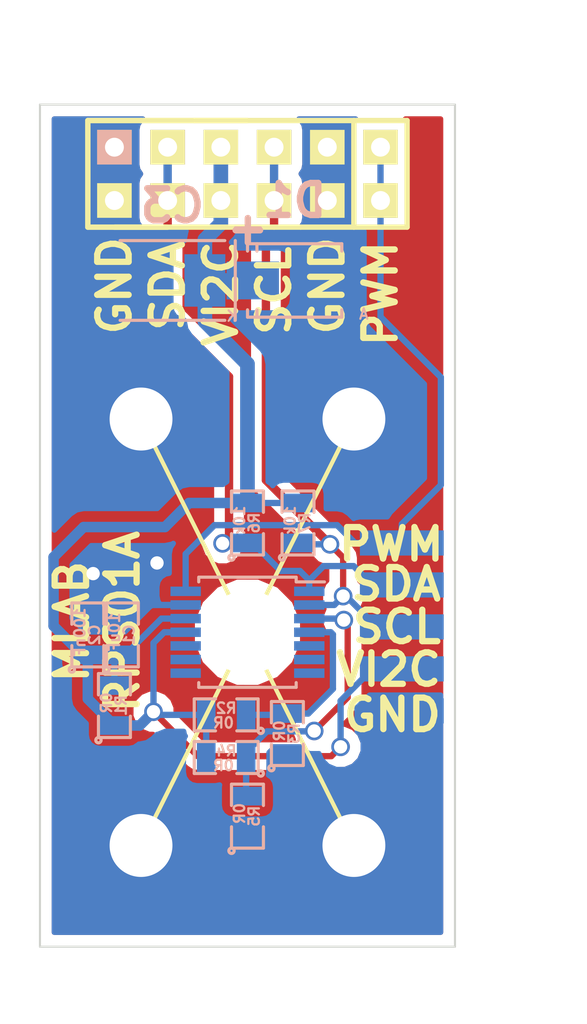
<source format=kicad_pcb>
(kicad_pcb (version 4) (host pcbnew 0.201503251001+5534~22~ubuntu14.04.1-product)

  (general
    (links 43)
    (no_connects 0)
    (area -1.651 -45.014 28.923429 3.429001)
    (thickness 1.6)
    (drawings 21)
    (tracks 125)
    (zones 0)
    (modules 19)
    (nets 9)
  )

  (page A4)
  (layers
    (0 F.Cu signal)
    (31 B.Cu signal)
    (32 B.Adhes user)
    (33 F.Adhes user)
    (34 B.Paste user)
    (35 F.Paste user)
    (36 B.SilkS user)
    (37 F.SilkS user)
    (38 B.Mask user)
    (39 F.Mask user)
    (40 Dwgs.User user)
    (41 Cmts.User user)
    (42 Eco1.User user)
    (43 Eco2.User user)
    (44 Edge.Cuts user)
    (45 Margin user)
    (46 B.CrtYd user)
    (47 F.CrtYd user)
    (48 B.Fab user)
    (49 F.Fab user)
  )

  (setup
    (last_trace_width 0.3)
    (user_trace_width 0.3)
    (user_trace_width 0.4)
    (user_trace_width 0.5)
    (user_trace_width 0.6)
    (user_trace_width 0.7)
    (trace_clearance 0.254)
    (zone_clearance 0.508)
    (zone_45_only no)
    (trace_min 0.254)
    (segment_width 0.2)
    (edge_width 0.1)
    (via_size 0.889)
    (via_drill 0.635)
    (via_min_size 0.889)
    (via_min_drill 0.508)
    (uvia_size 0.508)
    (uvia_drill 0.127)
    (uvias_allowed no)
    (uvia_min_size 0.508)
    (uvia_min_drill 0.127)
    (pcb_text_width 0.3)
    (pcb_text_size 1.5 1.5)
    (mod_edge_width 0.15)
    (mod_text_size 1 1)
    (mod_text_width 0.15)
    (pad_size 4 4)
    (pad_drill 4)
    (pad_to_mask_clearance 0)
    (aux_axis_origin 0 0)
    (visible_elements 7FFFFF7F)
    (pcbplotparams
      (layerselection 0x010e0_80000001)
      (usegerberextensions false)
      (excludeedgelayer true)
      (linewidth 0.100000)
      (plotframeref false)
      (viasonmask false)
      (mode 1)
      (useauxorigin false)
      (hpglpennumber 1)
      (hpglpenspeed 20)
      (hpglpendiameter 15)
      (hpglpenoverlay 2)
      (psnegative false)
      (psa4output false)
      (plotreference true)
      (plotvalue true)
      (plotinvisibletext false)
      (padsonsilk false)
      (subtractmaskfromsilk false)
      (outputformat 1)
      (mirror false)
      (drillshape 0)
      (scaleselection 1)
      (outputdirectory ../CAM_PROFI/))
  )

  (net 0 "")
  (net 1 "Net-(C1-Pad1)")
  (net 2 GND)
  (net 3 VDD)
  (net 4 /SCL)
  (net 5 /SDA)
  (net 6 /PWM)
  (net 7 /A2)
  (net 8 /A1)

  (net_class Default "Toto je výchozí třída sítě."
    (clearance 0.254)
    (trace_width 0.3)
    (via_dia 0.889)
    (via_drill 0.635)
    (uvia_dia 0.508)
    (uvia_drill 0.127)
    (add_net /A1)
    (add_net /A2)
    (add_net /PWM)
    (add_net /SCL)
    (add_net /SDA)
    (add_net "Net-(C1-Pad1)")
  )

  (net_class Power ""
    (clearance 0.254)
    (trace_width 0.5)
    (via_dia 0.889)
    (via_drill 0.635)
    (uvia_dia 0.508)
    (uvia_drill 0.127)
    (add_net GND)
    (add_net VDD)
  )

  (module Housings_SSOP:TSSOP-14_4.4x5mm_Pitch0.65mm (layer B.Cu) (tedit 55132E3D) (tstamp 55125207)
    (at 10.16 -15.24 180)
    (descr "14-Lead Plastic Thin Shrink Small Outline (ST)-4.4 mm Body [TSSOP] (see Microchip Packaging Specification 00000049BS.pdf)")
    (tags "SSOP 0.65")
    (path /547DEEB9)
    (attr smd)
    (fp_text reference U1 (at 0 0 180) (layer B.SilkS)
      (effects (font (size 1 1) (thickness 0.15)) (justify mirror))
    )
    (fp_text value AS5048B (at -0.381 -0.127 270) (layer B.SilkS) hide
      (effects (font (size 1 1) (thickness 0.15)) (justify mirror))
    )
    (fp_line (start -3.95 2.8) (end -3.95 -2.8) (layer B.CrtYd) (width 0.05))
    (fp_line (start 3.95 2.8) (end 3.95 -2.8) (layer B.CrtYd) (width 0.05))
    (fp_line (start -3.95 2.8) (end 3.95 2.8) (layer B.CrtYd) (width 0.05))
    (fp_line (start -3.95 -2.8) (end 3.95 -2.8) (layer B.CrtYd) (width 0.05))
    (fp_line (start -2.325 2.625) (end -2.325 2.4) (layer B.SilkS) (width 0.15))
    (fp_line (start 2.325 2.625) (end 2.325 2.4) (layer B.SilkS) (width 0.15))
    (fp_line (start 2.325 -2.625) (end 2.325 -2.4) (layer B.SilkS) (width 0.15))
    (fp_line (start -2.325 -2.625) (end -2.325 -2.4) (layer B.SilkS) (width 0.15))
    (fp_line (start -2.325 2.625) (end 2.325 2.625) (layer B.SilkS) (width 0.15))
    (fp_line (start -2.325 -2.625) (end 2.325 -2.625) (layer B.SilkS) (width 0.15))
    (fp_line (start -2.325 2.4) (end -3.675 2.4) (layer B.SilkS) (width 0.15))
    (pad 1 smd rect (at -2.95 1.95 180) (size 1.45 0.45) (layers B.Cu B.Paste B.Mask)
      (net 5 /SDA))
    (pad 2 smd rect (at -2.95 1.3 180) (size 1.45 0.45) (layers B.Cu B.Paste B.Mask)
      (net 4 /SCL))
    (pad 3 smd rect (at -2.95 0.65 180) (size 1.45 0.45) (layers B.Cu B.Paste B.Mask)
      (net 7 /A2))
    (pad 4 smd rect (at -2.95 0 180) (size 1.45 0.45) (layers B.Cu B.Paste B.Mask)
      (net 8 /A1))
    (pad 5 smd rect (at -2.95 -0.65 180) (size 1.45 0.45) (layers B.Cu B.Paste B.Mask))
    (pad 6 smd rect (at -2.95 -1.3 180) (size 1.45 0.45) (layers B.Cu B.Paste B.Mask))
    (pad 7 smd rect (at -2.95 -1.95 180) (size 1.45 0.45) (layers B.Cu B.Paste B.Mask))
    (pad 8 smd rect (at 2.95 -1.95 180) (size 1.45 0.45) (layers B.Cu B.Paste B.Mask))
    (pad 9 smd rect (at 2.95 -1.3 180) (size 1.45 0.45) (layers B.Cu B.Paste B.Mask))
    (pad 10 smd rect (at 2.95 -0.65 180) (size 1.45 0.45) (layers B.Cu B.Paste B.Mask))
    (pad 11 smd rect (at 2.95 0 180) (size 1.45 0.45) (layers B.Cu B.Paste B.Mask)
      (net 3 VDD))
    (pad 12 smd rect (at 2.95 0.65 180) (size 1.45 0.45) (layers B.Cu B.Paste B.Mask)
      (net 1 "Net-(C1-Pad1)"))
    (pad 13 smd rect (at 2.95 1.3 180) (size 1.45 0.45) (layers B.Cu B.Paste B.Mask)
      (net 2 GND))
    (pad 14 smd rect (at 2.95 1.95 180) (size 1.45 0.45) (layers B.Cu B.Paste B.Mask)
      (net 6 /PWM))
    (pad "" np_thru_hole circle (at 0 0 180) (size 4 4) (drill 4) (layers *.Cu))
    (model Housings_SSOP/TSSOP-14_4.4x5mm_Pitch0.65mm.wrl
      (at (xyz 0 0 0))
      (scale (xyz 1 1 1))
      (rotate (xyz 0 0 0))
    )
  )

  (module MLAB_R:SMD-0805 (layer B.Cu) (tedit 54799E0C) (tstamp 547EC927)
    (at 4.191 -15.113 90)
    (path /547DF05B)
    (attr smd)
    (fp_text reference C1 (at 0 0.3175 90) (layer B.SilkS)
      (effects (font (size 0.50038 0.50038) (thickness 0.10922)) (justify mirror))
    )
    (fp_text value 10uF (at 0.127 -0.381 90) (layer B.SilkS)
      (effects (font (size 0.50038 0.50038) (thickness 0.10922)) (justify mirror))
    )
    (fp_circle (center -1.651 -0.762) (end -1.651 -0.635) (layer B.SilkS) (width 0.15))
    (fp_line (start -0.508 -0.762) (end -1.524 -0.762) (layer B.SilkS) (width 0.15))
    (fp_line (start -1.524 -0.762) (end -1.524 0.762) (layer B.SilkS) (width 0.15))
    (fp_line (start -1.524 0.762) (end -0.508 0.762) (layer B.SilkS) (width 0.15))
    (fp_line (start 0.508 0.762) (end 1.524 0.762) (layer B.SilkS) (width 0.15))
    (fp_line (start 1.524 0.762) (end 1.524 -0.762) (layer B.SilkS) (width 0.15))
    (fp_line (start 1.524 -0.762) (end 0.508 -0.762) (layer B.SilkS) (width 0.15))
    (pad 1 smd rect (at -0.9525 0 90) (size 0.889 1.397) (layers B.Cu B.Paste B.Mask)
      (net 1 "Net-(C1-Pad1)"))
    (pad 2 smd rect (at 0.9525 0 90) (size 0.889 1.397) (layers B.Cu B.Paste B.Mask)
      (net 2 GND))
    (model MLAB_3D/Resistors/chip_cms.wrl
      (at (xyz 0 0 0))
      (scale (xyz 0.1 0.1 0.1))
      (rotate (xyz 0 0 0))
    )
  )

  (module MLAB_R:SMD-0805 (layer B.Cu) (tedit 54799E0C) (tstamp 547EC934)
    (at 2.54 -15.113 90)
    (path /547DEF58)
    (attr smd)
    (fp_text reference C2 (at 0 0.3175 90) (layer B.SilkS)
      (effects (font (size 0.50038 0.50038) (thickness 0.10922)) (justify mirror))
    )
    (fp_text value 100nF (at 0.127 -0.381 90) (layer B.SilkS)
      (effects (font (size 0.50038 0.50038) (thickness 0.10922)) (justify mirror))
    )
    (fp_circle (center -1.651 -0.762) (end -1.651 -0.635) (layer B.SilkS) (width 0.15))
    (fp_line (start -0.508 -0.762) (end -1.524 -0.762) (layer B.SilkS) (width 0.15))
    (fp_line (start -1.524 -0.762) (end -1.524 0.762) (layer B.SilkS) (width 0.15))
    (fp_line (start -1.524 0.762) (end -0.508 0.762) (layer B.SilkS) (width 0.15))
    (fp_line (start 0.508 0.762) (end 1.524 0.762) (layer B.SilkS) (width 0.15))
    (fp_line (start 1.524 0.762) (end 1.524 -0.762) (layer B.SilkS) (width 0.15))
    (fp_line (start 1.524 -0.762) (end 0.508 -0.762) (layer B.SilkS) (width 0.15))
    (pad 1 smd rect (at -0.9525 0 90) (size 0.889 1.397) (layers B.Cu B.Paste B.Mask)
      (net 3 VDD))
    (pad 2 smd rect (at 0.9525 0 90) (size 0.889 1.397) (layers B.Cu B.Paste B.Mask)
      (net 2 GND))
    (model MLAB_3D/Resistors/chip_cms.wrl
      (at (xyz 0 0 0))
      (scale (xyz 0.1 0.1 0.1))
      (rotate (xyz 0 0 0))
    )
  )

  (module Hrebinky:Pin_Header_Straight_2x05 placed (layer F.Cu) (tedit 55125659) (tstamp 547EC957)
    (at 8.89 -37.084 180)
    (descr "1 pin")
    (tags "CONN DEV")
    (path /547DF2B1)
    (fp_text reference J1 (at 0 -3.81 180) (layer F.SilkS) hide
      (effects (font (size 1.27 1.27) (thickness 0.2032)))
    )
    (fp_text value JUMP_5X2 (at 1.27 0 180) (layer F.SilkS) hide
      (effects (font (size 1.27 1.27) (thickness 0.2032)))
    )
    (fp_line (start -3.81 -2.54) (end -2.54 -2.54) (layer F.SilkS) (width 0.254))
    (fp_line (start -6.35 -2.54) (end -3.81 -2.54) (layer F.SilkS) (width 0.254))
    (fp_line (start 6.35 2.54) (end 6.35 -2.54) (layer F.SilkS) (width 0.254))
    (fp_line (start 3.81 -2.54) (end 6.35 -2.54) (layer F.SilkS) (width 0.254))
    (fp_line (start 3.81 2.54) (end 6.35 2.54) (layer F.SilkS) (width 0.254))
    (fp_line (start 3.81 2.54) (end 6.35 2.54) (layer F.SilkS) (width 0.254))
    (fp_line (start 3.81 -2.54) (end 6.35 -2.54) (layer F.SilkS) (width 0.254))
    (fp_line (start 6.35 2.54) (end 6.35 -2.54) (layer F.SilkS) (width 0.254))
    (fp_line (start 2.54 -2.54) (end 5.08 -2.54) (layer F.SilkS) (width 0.254))
    (fp_line (start -1.27 2.54) (end 1.27 2.54) (layer F.SilkS) (width 0.254))
    (fp_line (start -1.27 2.54) (end 1.27 2.54) (layer F.SilkS) (width 0.254))
    (fp_line (start 2.54 -2.54) (end 5.08 -2.54) (layer F.SilkS) (width 0.254))
    (fp_line (start 2.54 -2.54) (end 5.08 -2.54) (layer F.SilkS) (width 0.254))
    (fp_line (start 1.27 2.54) (end 3.81 2.54) (layer F.SilkS) (width 0.254))
    (fp_line (start 1.27 2.54) (end 3.81 2.54) (layer F.SilkS) (width 0.254))
    (fp_line (start 2.54 -2.54) (end 5.08 -2.54) (layer F.SilkS) (width 0.254))
    (fp_line (start -6.35 2.54) (end 1.27 2.54) (layer F.SilkS) (width 0.254))
    (fp_line (start 5.08 -2.54) (end 0 -2.54) (layer F.SilkS) (width 0.254))
    (fp_line (start -6.35 2.54) (end -6.35 0) (layer F.SilkS) (width 0.254))
    (fp_line (start -6.35 -2.54) (end -6.35 0) (layer F.SilkS) (width 0.254))
    (fp_line (start 0 -2.54) (end -2.54 -2.54) (layer F.SilkS) (width 0.254))
    (pad 9 thru_hole rect (at -2.54 -1.27 180) (size 1.651 1.651) (drill 0.9) (layers *.Cu *.Mask F.SilkS)
      (net 4 /SCL))
    (pad 5 thru_hole rect (at 5.08 1.27 180) (size 1.651 1.651) (drill 0.9) (layers *.Cu *.SilkS *.Mask)
      (net 2 GND))
    (pad 3 thru_hole rect (at 0 1.27 180) (size 1.651 1.651) (drill 0.9) (layers *.Cu *.Mask F.SilkS)
      (net 3 VDD))
    (pad 6 thru_hole rect (at 5.08 -1.27 180) (size 1.651 1.651) (drill 0.9) (layers *.Cu *.Mask F.SilkS)
      (net 2 GND))
    (pad 1 thru_hole rect (at -5.08 1.27 180) (size 1.651 1.651) (drill 0.9) (layers *.Cu *.Mask F.SilkS)
      (net 2 GND))
    (pad 2 thru_hole rect (at -2.54 1.27 180) (size 1.651 1.651) (drill 0.9) (layers *.Cu *.Mask F.SilkS)
      (net 4 /SCL))
    (pad 4 thru_hole rect (at 2.54 1.27 180) (size 1.651 1.651) (drill 0.9) (layers *.Cu *.Mask F.SilkS)
      (net 5 /SDA))
    (pad 10 thru_hole rect (at -5.08 -1.27 180) (size 1.651 1.651) (drill 0.9) (layers *.Cu *.Mask F.SilkS)
      (net 2 GND))
    (pad 7 thru_hole rect (at 2.54 -1.27 180) (size 1.651 1.651) (drill 0.9) (layers *.Cu *.Mask F.SilkS)
      (net 5 /SDA))
    (pad 8 thru_hole rect (at 0 -1.27 180) (size 1.651 1.651) (drill 0.9) (layers *.Cu *.Mask F.SilkS)
      (net 3 VDD))
    (model Pin_Headers/Pin_Header_Straight_2x03.wrl
      (at (xyz 0 0 0))
      (scale (xyz 1 1 1))
      (rotate (xyz 0 0 0))
    )
    (model Pin_Headers/Pin_Header_Straight_2x05.wrl
      (at (xyz 0 0 0))
      (scale (xyz 1 1 1))
      (rotate (xyz 0 0 0))
    )
  )

  (module Hrebinky:Pin_Header_Straight_2x01 placed (layer F.Cu) (tedit 55125655) (tstamp 547EC961)
    (at 16.51 -37.084)
    (descr "1 pin")
    (tags "CONN DEV")
    (path /547DF44F)
    (fp_text reference J2 (at 0 -3.81) (layer F.SilkS) hide
      (effects (font (size 1.27 1.27) (thickness 0.2032)))
    )
    (fp_text value JUMP_2x1 (at 0 0) (layer F.SilkS) hide
      (effects (font (size 1.27 1.27) (thickness 0.2032)))
    )
    (fp_line (start -1.27 -2.54) (end 1.27 -2.54) (layer F.SilkS) (width 0.254))
    (fp_line (start 1.27 -2.54) (end 1.27 2.54) (layer F.SilkS) (width 0.254))
    (fp_line (start 1.27 2.54) (end -1.27 2.54) (layer F.SilkS) (width 0.254))
    (fp_line (start -1.27 2.54) (end -1.27 -2.54) (layer F.SilkS) (width 0.254))
    (pad 2 thru_hole rect (at 0 1.27) (size 1.651 1.651) (drill 0.9) (layers *.Cu *.Mask F.SilkS)
      (net 6 /PWM))
    (pad 1 thru_hole rect (at 0 -1.27) (size 1.651 1.651) (drill 0.9) (layers *.Cu *.Mask F.SilkS)
      (net 6 /PWM))
    (model Pin_Headers/Pin_Header_Straight_2x01.wrl
      (at (xyz 0 0 0))
      (scale (xyz 1 1 1))
      (rotate (xyz 0 0 0))
    )
  )

  (module Dira:MountingHole_3mm placed (layer F.Cu) (tedit 55126217) (tstamp 547EC977)
    (at 5.08 -5.08)
    (descr "Mounting hole, Befestigungsbohrung, 3mm, No Annular, Kein Restring,")
    (tags "Mounting hole, Befestigungsbohrung, 3mm, No Annular, Kein Restring,")
    (path /547E0CBD)
    (fp_text reference P1 (at 0.1778 -0.0762) (layer F.SilkS) hide
      (effects (font (thickness 0.3048)))
    )
    (fp_text value _ (at 1.00076 5.00126) (layer F.SilkS) hide
      (effects (font (thickness 0.3048)))
    )
    (fp_circle (center 0 0) (end 2.99974 0) (layer Cmts.User) (width 0.381))
    (pad 1 thru_hole circle (at 0 0) (size 6 6) (drill 3) (layers *.Cu *.Adhes *.Mask)
      (net 2 GND) (clearance 1) (zone_connect 2))
  )

  (module Dira:MountingHole_3mm placed (layer F.Cu) (tedit 5512621C) (tstamp 547EC97D)
    (at 15.24 -5.08)
    (descr "Mounting hole, Befestigungsbohrung, 3mm, No Annular, Kein Restring,")
    (tags "Mounting hole, Befestigungsbohrung, 3mm, No Annular, Kein Restring,")
    (path /547E0EDE)
    (fp_text reference P2 (at 0.1778 -0.0762) (layer F.SilkS) hide
      (effects (font (thickness 0.3048)))
    )
    (fp_text value _ (at 1.00076 5.00126) (layer F.SilkS) hide
      (effects (font (thickness 0.3048)))
    )
    (fp_circle (center 0 0) (end 2.99974 0) (layer Cmts.User) (width 0.381))
    (pad 1 thru_hole circle (at 0 0) (size 6 6) (drill 3) (layers *.Cu *.Adhes *.Mask)
      (net 2 GND) (clearance 1) (zone_connect 2))
  )

  (module Dira:MountingHole_3mm placed (layer F.Cu) (tedit 55126201) (tstamp 547EC983)
    (at 15.24 -25.4)
    (descr "Mounting hole, Befestigungsbohrung, 3mm, No Annular, Kein Restring,")
    (tags "Mounting hole, Befestigungsbohrung, 3mm, No Annular, Kein Restring,")
    (path /547E0F11)
    (fp_text reference P3 (at 0.1778 -0.0762) (layer F.SilkS) hide
      (effects (font (thickness 0.3048)))
    )
    (fp_text value _ (at 1.00076 5.00126) (layer F.SilkS) hide
      (effects (font (thickness 0.3048)))
    )
    (fp_circle (center 0 0) (end 2.99974 0) (layer Cmts.User) (width 0.381))
    (pad 1 thru_hole circle (at 0 0) (size 6 6) (drill 3) (layers *.Cu *.Adhes *.Mask)
      (net 2 GND) (clearance 1) (zone_connect 2))
  )

  (module Dira:MountingHole_3mm placed (layer F.Cu) (tedit 551261F5) (tstamp 547EC989)
    (at 5.08 -25.4)
    (descr "Mounting hole, Befestigungsbohrung, 3mm, No Annular, Kein Restring,")
    (tags "Mounting hole, Befestigungsbohrung, 3mm, No Annular, Kein Restring,")
    (path /547E0F45)
    (fp_text reference P4 (at 0.1778 -0.0762) (layer F.SilkS) hide
      (effects (font (thickness 0.3048)))
    )
    (fp_text value _ (at 1.00076 5.00126) (layer F.SilkS) hide
      (effects (font (thickness 0.3048)))
    )
    (fp_circle (center 0 0) (end 2.99974 0) (layer Cmts.User) (width 0.381))
    (pad 1 thru_hole circle (at 0 0) (size 6 6) (drill 3) (layers *.Cu *.Adhes *.Mask)
      (net 2 GND) (clearance 1) (zone_connect 2))
  )

  (module MLAB_R:SMD-0805 (layer B.Cu) (tedit 54799E0C) (tstamp 547EC996)
    (at 3.81 -11.7475 90)
    (path /547DF170)
    (attr smd)
    (fp_text reference R1 (at 0 0.3175 90) (layer B.SilkS)
      (effects (font (size 0.50038 0.50038) (thickness 0.10922)) (justify mirror))
    )
    (fp_text value 0R (at 0.127 -0.381 90) (layer B.SilkS)
      (effects (font (size 0.50038 0.50038) (thickness 0.10922)) (justify mirror))
    )
    (fp_circle (center -1.651 -0.762) (end -1.651 -0.635) (layer B.SilkS) (width 0.15))
    (fp_line (start -0.508 -0.762) (end -1.524 -0.762) (layer B.SilkS) (width 0.15))
    (fp_line (start -1.524 -0.762) (end -1.524 0.762) (layer B.SilkS) (width 0.15))
    (fp_line (start -1.524 0.762) (end -0.508 0.762) (layer B.SilkS) (width 0.15))
    (fp_line (start 0.508 0.762) (end 1.524 0.762) (layer B.SilkS) (width 0.15))
    (fp_line (start 1.524 0.762) (end 1.524 -0.762) (layer B.SilkS) (width 0.15))
    (fp_line (start 1.524 -0.762) (end 0.508 -0.762) (layer B.SilkS) (width 0.15))
    (pad 1 smd rect (at -0.9525 0 90) (size 0.889 1.397) (layers B.Cu B.Paste B.Mask)
      (net 3 VDD))
    (pad 2 smd rect (at 0.9525 0 90) (size 0.889 1.397) (layers B.Cu B.Paste B.Mask)
      (net 1 "Net-(C1-Pad1)"))
    (model MLAB_3D/Resistors/chip_cms.wrl
      (at (xyz 0 0 0))
      (scale (xyz 0.1 0.1 0.1))
      (rotate (xyz 0 0 0))
    )
  )

  (module MLAB_R:SMD-0805 (layer B.Cu) (tedit 54799E0C) (tstamp 547EC9A3)
    (at 9.144 -11.303 180)
    (path /547DF9D0)
    (attr smd)
    (fp_text reference R2 (at 0 0.3175 180) (layer B.SilkS)
      (effects (font (size 0.50038 0.50038) (thickness 0.10922)) (justify mirror))
    )
    (fp_text value 0R (at 0.127 -0.381 180) (layer B.SilkS)
      (effects (font (size 0.50038 0.50038) (thickness 0.10922)) (justify mirror))
    )
    (fp_circle (center -1.651 -0.762) (end -1.651 -0.635) (layer B.SilkS) (width 0.15))
    (fp_line (start -0.508 -0.762) (end -1.524 -0.762) (layer B.SilkS) (width 0.15))
    (fp_line (start -1.524 -0.762) (end -1.524 0.762) (layer B.SilkS) (width 0.15))
    (fp_line (start -1.524 0.762) (end -0.508 0.762) (layer B.SilkS) (width 0.15))
    (fp_line (start 0.508 0.762) (end 1.524 0.762) (layer B.SilkS) (width 0.15))
    (fp_line (start 1.524 0.762) (end 1.524 -0.762) (layer B.SilkS) (width 0.15))
    (fp_line (start 1.524 -0.762) (end 0.508 -0.762) (layer B.SilkS) (width 0.15))
    (pad 1 smd rect (at -0.9525 0 180) (size 0.889 1.397) (layers B.Cu B.Paste B.Mask)
      (net 8 /A1))
    (pad 2 smd rect (at 0.9525 0 180) (size 0.889 1.397) (layers B.Cu B.Paste B.Mask)
      (net 3 VDD))
    (model MLAB_3D/Resistors/chip_cms.wrl
      (at (xyz 0 0 0))
      (scale (xyz 0.1 0.1 0.1))
      (rotate (xyz 0 0 0))
    )
  )

  (module MLAB_R:SMD-0805 (layer B.Cu) (tedit 54799E0C) (tstamp 547EC9B0)
    (at 12.065 -10.414 90)
    (path /547DF9FA)
    (attr smd)
    (fp_text reference R3 (at 0 0.3175 90) (layer B.SilkS)
      (effects (font (size 0.50038 0.50038) (thickness 0.10922)) (justify mirror))
    )
    (fp_text value 0R (at 0.127 -0.381 90) (layer B.SilkS)
      (effects (font (size 0.50038 0.50038) (thickness 0.10922)) (justify mirror))
    )
    (fp_circle (center -1.651 -0.762) (end -1.651 -0.635) (layer B.SilkS) (width 0.15))
    (fp_line (start -0.508 -0.762) (end -1.524 -0.762) (layer B.SilkS) (width 0.15))
    (fp_line (start -1.524 -0.762) (end -1.524 0.762) (layer B.SilkS) (width 0.15))
    (fp_line (start -1.524 0.762) (end -0.508 0.762) (layer B.SilkS) (width 0.15))
    (fp_line (start 0.508 0.762) (end 1.524 0.762) (layer B.SilkS) (width 0.15))
    (fp_line (start 1.524 0.762) (end 1.524 -0.762) (layer B.SilkS) (width 0.15))
    (fp_line (start 1.524 -0.762) (end 0.508 -0.762) (layer B.SilkS) (width 0.15))
    (pad 1 smd rect (at -0.9525 0 90) (size 0.889 1.397) (layers B.Cu B.Paste B.Mask)
      (net 2 GND))
    (pad 2 smd rect (at 0.9525 0 90) (size 0.889 1.397) (layers B.Cu B.Paste B.Mask)
      (net 8 /A1))
    (model MLAB_3D/Resistors/chip_cms.wrl
      (at (xyz 0 0 0))
      (scale (xyz 0.1 0.1 0.1))
      (rotate (xyz 0 0 0))
    )
  )

  (module MLAB_R:SMD-0805 (layer B.Cu) (tedit 54799E0C) (tstamp 547EC9BD)
    (at 9.144 -9.271 180)
    (path /547DF710)
    (attr smd)
    (fp_text reference R4 (at 0 0.3175 180) (layer B.SilkS)
      (effects (font (size 0.50038 0.50038) (thickness 0.10922)) (justify mirror))
    )
    (fp_text value 0R (at 0.127 -0.381 180) (layer B.SilkS)
      (effects (font (size 0.50038 0.50038) (thickness 0.10922)) (justify mirror))
    )
    (fp_circle (center -1.651 -0.762) (end -1.651 -0.635) (layer B.SilkS) (width 0.15))
    (fp_line (start -0.508 -0.762) (end -1.524 -0.762) (layer B.SilkS) (width 0.15))
    (fp_line (start -1.524 -0.762) (end -1.524 0.762) (layer B.SilkS) (width 0.15))
    (fp_line (start -1.524 0.762) (end -0.508 0.762) (layer B.SilkS) (width 0.15))
    (fp_line (start 0.508 0.762) (end 1.524 0.762) (layer B.SilkS) (width 0.15))
    (fp_line (start 1.524 0.762) (end 1.524 -0.762) (layer B.SilkS) (width 0.15))
    (fp_line (start 1.524 -0.762) (end 0.508 -0.762) (layer B.SilkS) (width 0.15))
    (pad 1 smd rect (at -0.9525 0 180) (size 0.889 1.397) (layers B.Cu B.Paste B.Mask)
      (net 7 /A2))
    (pad 2 smd rect (at 0.9525 0 180) (size 0.889 1.397) (layers B.Cu B.Paste B.Mask)
      (net 3 VDD))
    (model MLAB_3D/Resistors/chip_cms.wrl
      (at (xyz 0 0 0))
      (scale (xyz 0.1 0.1 0.1))
      (rotate (xyz 0 0 0))
    )
  )

  (module MLAB_R:SMD-0805 (layer B.Cu) (tedit 54799E0C) (tstamp 547EC9CA)
    (at 10.16 -6.477 90)
    (path /547DFA35)
    (attr smd)
    (fp_text reference R5 (at 0 0.3175 90) (layer B.SilkS)
      (effects (font (size 0.50038 0.50038) (thickness 0.10922)) (justify mirror))
    )
    (fp_text value 0R (at 0.127 -0.381 90) (layer B.SilkS)
      (effects (font (size 0.50038 0.50038) (thickness 0.10922)) (justify mirror))
    )
    (fp_circle (center -1.651 -0.762) (end -1.651 -0.635) (layer B.SilkS) (width 0.15))
    (fp_line (start -0.508 -0.762) (end -1.524 -0.762) (layer B.SilkS) (width 0.15))
    (fp_line (start -1.524 -0.762) (end -1.524 0.762) (layer B.SilkS) (width 0.15))
    (fp_line (start -1.524 0.762) (end -0.508 0.762) (layer B.SilkS) (width 0.15))
    (fp_line (start 0.508 0.762) (end 1.524 0.762) (layer B.SilkS) (width 0.15))
    (fp_line (start 1.524 0.762) (end 1.524 -0.762) (layer B.SilkS) (width 0.15))
    (fp_line (start 1.524 -0.762) (end 0.508 -0.762) (layer B.SilkS) (width 0.15))
    (pad 1 smd rect (at -0.9525 0 90) (size 0.889 1.397) (layers B.Cu B.Paste B.Mask)
      (net 2 GND))
    (pad 2 smd rect (at 0.9525 0 90) (size 0.889 1.397) (layers B.Cu B.Paste B.Mask)
      (net 7 /A2))
    (model MLAB_3D/Resistors/chip_cms.wrl
      (at (xyz 0 0 0))
      (scale (xyz 0.1 0.1 0.1))
      (rotate (xyz 0 0 0))
    )
  )

  (module MLAB_R:SMD-0805 (layer B.Cu) (tedit 54799E0C) (tstamp 547ED178)
    (at 10.16 -20.447 90)
    (path /547ED127)
    (attr smd)
    (fp_text reference R6 (at 0 0.3175 90) (layer B.SilkS)
      (effects (font (size 0.50038 0.50038) (thickness 0.10922)) (justify mirror))
    )
    (fp_text value 10k (at 0.127 -0.381 90) (layer B.SilkS)
      (effects (font (size 0.50038 0.50038) (thickness 0.10922)) (justify mirror))
    )
    (fp_circle (center -1.651 -0.762) (end -1.651 -0.635) (layer B.SilkS) (width 0.15))
    (fp_line (start -0.508 -0.762) (end -1.524 -0.762) (layer B.SilkS) (width 0.15))
    (fp_line (start -1.524 -0.762) (end -1.524 0.762) (layer B.SilkS) (width 0.15))
    (fp_line (start -1.524 0.762) (end -0.508 0.762) (layer B.SilkS) (width 0.15))
    (fp_line (start 0.508 0.762) (end 1.524 0.762) (layer B.SilkS) (width 0.15))
    (fp_line (start 1.524 0.762) (end 1.524 -0.762) (layer B.SilkS) (width 0.15))
    (fp_line (start 1.524 -0.762) (end 0.508 -0.762) (layer B.SilkS) (width 0.15))
    (pad 1 smd rect (at -0.9525 0 90) (size 0.889 1.397) (layers B.Cu B.Paste B.Mask)
      (net 5 /SDA))
    (pad 2 smd rect (at 0.9525 0 90) (size 0.889 1.397) (layers B.Cu B.Paste B.Mask)
      (net 3 VDD))
    (model MLAB_3D/Resistors/chip_cms.wrl
      (at (xyz 0 0 0))
      (scale (xyz 0.1 0.1 0.1))
      (rotate (xyz 0 0 0))
    )
  )

  (module MLAB_R:SMD-0805 (layer B.Cu) (tedit 54799E0C) (tstamp 547ED185)
    (at 12.573 -20.447 90)
    (path /547ED1C7)
    (attr smd)
    (fp_text reference R7 (at 0 0.3175 90) (layer B.SilkS)
      (effects (font (size 0.50038 0.50038) (thickness 0.10922)) (justify mirror))
    )
    (fp_text value 10k (at 0.127 -0.381 90) (layer B.SilkS)
      (effects (font (size 0.50038 0.50038) (thickness 0.10922)) (justify mirror))
    )
    (fp_circle (center -1.651 -0.762) (end -1.651 -0.635) (layer B.SilkS) (width 0.15))
    (fp_line (start -0.508 -0.762) (end -1.524 -0.762) (layer B.SilkS) (width 0.15))
    (fp_line (start -1.524 -0.762) (end -1.524 0.762) (layer B.SilkS) (width 0.15))
    (fp_line (start -1.524 0.762) (end -0.508 0.762) (layer B.SilkS) (width 0.15))
    (fp_line (start 0.508 0.762) (end 1.524 0.762) (layer B.SilkS) (width 0.15))
    (fp_line (start 1.524 0.762) (end 1.524 -0.762) (layer B.SilkS) (width 0.15))
    (fp_line (start 1.524 -0.762) (end 0.508 -0.762) (layer B.SilkS) (width 0.15))
    (pad 1 smd rect (at -0.9525 0 90) (size 0.889 1.397) (layers B.Cu B.Paste B.Mask)
      (net 4 /SCL))
    (pad 2 smd rect (at 0.9525 0 90) (size 0.889 1.397) (layers B.Cu B.Paste B.Mask)
      (net 3 VDD))
    (model MLAB_3D/Resistors/chip_cms.wrl
      (at (xyz 0 0 0))
      (scale (xyz 0.1 0.1 0.1))
      (rotate (xyz 0 0 0))
    )
  )

  (module Hrebinky:SMD_JUMP1X5 (layer B.Cu) (tedit 5512564D) (tstamp 547ED707)
    (at 17.526 -15.494 180)
    (path /547ED805)
    (fp_text reference J3 (at 14.859 3.81 180) (layer B.SilkS) hide
      (effects (font (size 1 1) (thickness 0.15)) (justify mirror))
    )
    (fp_text value JUMP_5X2 (at -0.127 6.477 180) (layer B.SilkS) hide
      (effects (font (size 1 1) (thickness 0.15)) (justify mirror))
    )
    (pad 1 smd rect (at 0 -4 180) (size 4 1.2) (layers B.Cu B.Paste B.Mask)
      (net 2 GND))
    (pad 2 smd rect (at 0 -2 180) (size 4 1.2) (layers B.Cu B.Paste B.Mask)
      (net 3 VDD))
    (pad 3 smd rect (at 0 0 180) (size 4 1.2) (layers B.Cu B.Paste B.Mask)
      (net 4 /SCL))
    (pad 4 smd rect (at 0 2 180) (size 4 1.2) (layers B.Cu B.Paste B.Mask)
      (net 5 /SDA))
    (pad 5 smd rect (at 0 4 180) (size 4 1.2) (layers B.Cu B.Paste B.Mask)
      (net 6 /PWM))
  )

  (module Mlab_C:TantalC_SizeB_Reflow (layer B.Cu) (tedit 54BBE393) (tstamp 55133735)
    (at 6.5786 -32.004 180)
    (descr "Tantal Cap. , Size B, EIA-3528, Reflow,")
    (tags "Tantal Cap. , Size B, EIA-3528, Reflow,")
    (path /55133722)
    (attr smd)
    (fp_text reference C3 (at 0 3.556 180) (layer B.SilkS)
      (effects (font (thickness 0.3048)) (justify mirror))
    )
    (fp_text value 10uF (at 0 -3.556 180) (layer B.SilkS) hide
      (effects (font (thickness 0.3048)) (justify mirror))
    )
    (fp_text user + (at -3.59918 2.49936 180) (layer B.SilkS)
      (effects (font (thickness 0.3048)) (justify mirror))
    )
    (fp_line (start -2.99974 1.89992) (end -2.99974 -1.89992) (layer B.SilkS) (width 0.15))
    (fp_line (start 2.49936 1.89992) (end -2.49936 1.89992) (layer B.SilkS) (width 0.15))
    (fp_line (start 2.49682 -1.89992) (end -2.5019 -1.89992) (layer B.SilkS) (width 0.15))
    (fp_line (start -3.60172 3.00228) (end -3.60172 1.90246) (layer B.SilkS) (width 0.15))
    (fp_line (start -4.20116 2.5019) (end -3.00228 2.5019) (layer B.SilkS) (width 0.15))
    (pad 2 smd rect (at 1.5494 0 180) (size 1.95072 2.49936) (layers B.Cu B.Paste B.Mask)
      (net 2 GND))
    (pad 1 smd rect (at -1.5494 0 180) (size 1.95072 2.49936) (layers B.Cu B.Paste B.Mask)
      (net 3 VDD))
    (model MLAB_3D/Capacitors/c_tant_B.wrl
      (at (xyz 0 0 0))
      (scale (xyz 1 1 1))
      (rotate (xyz 0 0 0))
    )
  )

  (module Mlab_D:SMA_Standard (layer B.Cu) (tedit 54BBE0AF) (tstamp 55133746)
    (at 12.41298 -32.004 180)
    (descr "Diode SMA")
    (tags "Diode SMA")
    (path /551338EE)
    (attr smd)
    (fp_text reference D1 (at 0 3.81 180) (layer B.SilkS)
      (effects (font (thickness 0.3048)) (justify mirror))
    )
    (fp_text value M4 (at 0 -3.81 180) (layer B.SilkS) hide
      (effects (font (thickness 0.3048)) (justify mirror))
    )
    (fp_text user A (at -3.29946 -1.6002 180) (layer B.SilkS)
      (effects (font (size 0.50038 0.50038) (thickness 0.09906)) (justify mirror))
    )
    (fp_text user K (at 2.99974 -1.69926 180) (layer B.SilkS)
      (effects (font (size 0.50038 0.50038) (thickness 0.09906)) (justify mirror))
    )
    (fp_circle (center 0 0) (end 0.20066 0.0508) (layer B.Adhes) (width 0.381))
    (fp_line (start 1.80086 -1.75006) (end 1.80086 -1.39954) (layer B.SilkS) (width 0.15))
    (fp_line (start 1.80086 1.75006) (end 1.80086 1.39954) (layer B.SilkS) (width 0.15))
    (fp_line (start 2.25044 -1.75006) (end 2.25044 -1.39954) (layer B.SilkS) (width 0.15))
    (fp_line (start -2.25044 -1.75006) (end -2.25044 -1.39954) (layer B.SilkS) (width 0.15))
    (fp_line (start -2.25044 1.75006) (end -2.25044 1.39954) (layer B.SilkS) (width 0.15))
    (fp_line (start 2.25044 1.75006) (end 2.25044 1.39954) (layer B.SilkS) (width 0.15))
    (fp_line (start -2.25044 -1.75006) (end 2.25044 -1.75006) (layer B.SilkS) (width 0.15))
    (fp_line (start -2.25044 1.75006) (end 2.25044 1.75006) (layer B.SilkS) (width 0.15))
    (pad 1 smd rect (at -1.99898 0 180) (size 2.49936 1.80086) (layers B.Cu B.Paste B.Mask)
      (net 2 GND))
    (pad 2 smd rect (at 1.99898 0 180) (size 2.49936 1.80086) (layers B.Cu B.Paste B.Mask)
      (net 3 VDD))
    (model MLAB_3D/Diodes/SMA.wrl
      (at (xyz 0 0 0))
      (scale (xyz 0.3937 0.3937 0.3937))
      (rotate (xyz 0 0 0))
    )
  )

  (gr_text GND (at 13.97 -31.75 90) (layer F.SilkS)
    (effects (font (size 1.5 1.5) (thickness 0.3)))
  )
  (gr_text GND (at 3.81 -31.75 90) (layer F.SilkS)
    (effects (font (size 1.5 1.5) (thickness 0.3)))
  )
  (dimension 40.132 (width 0.3) (layer Dwgs.User)
    (gr_text "1,5800 v" (at 23.702 -20.32 90) (layer Dwgs.User)
      (effects (font (size 1.5 1.5) (thickness 0.3)))
    )
    (feature1 (pts (xy 20.066 -40.386) (xy 25.052 -40.386)))
    (feature2 (pts (xy 20.066 -0.254) (xy 25.052 -0.254)))
    (crossbar (pts (xy 22.352 -0.254) (xy 22.352 -40.386)))
    (arrow1a (pts (xy 22.352 -40.386) (xy 22.938421 -39.259496)))
    (arrow1b (pts (xy 22.352 -40.386) (xy 21.765579 -39.259496)))
    (arrow2a (pts (xy 22.352 -0.254) (xy 22.938421 -1.380504)))
    (arrow2b (pts (xy 22.352 -0.254) (xy 21.765579 -1.380504)))
  )
  (dimension 19.812 (width 0.3) (layer Dwgs.User)
    (gr_text "0,7800 v" (at 10.16 -43.514) (layer Dwgs.User)
      (effects (font (size 1.5 1.5) (thickness 0.3)))
    )
    (feature1 (pts (xy 20.066 -40.386) (xy 20.066 -44.864)))
    (feature2 (pts (xy 0.254 -40.386) (xy 0.254 -44.864)))
    (crossbar (pts (xy 0.254 -42.164) (xy 20.066 -42.164)))
    (arrow1a (pts (xy 20.066 -42.164) (xy 18.939496 -41.577579)))
    (arrow1b (pts (xy 20.066 -42.164) (xy 18.939496 -42.750421)))
    (arrow2a (pts (xy 0.254 -42.164) (xy 1.380504 -41.577579)))
    (arrow2b (pts (xy 0.254 -42.164) (xy 1.380504 -42.750421)))
  )
  (gr_text RPS01A (at 4.191 -15.748 90) (layer F.SilkS)
    (effects (font (size 1.5 1.5) (thickness 0.3)))
  )
  (gr_text MLAB (at 1.778 -15.748 90) (layer F.SilkS)
    (effects (font (size 1.5 1.5) (thickness 0.3)))
  )
  (gr_text PWM (at 16.51 -34.036 90) (layer F.SilkS)
    (effects (font (size 1.5 1.5) (thickness 0.3)) (justify right))
  )
  (gr_text SDA (at 6.35 -31.75 90) (layer F.SilkS)
    (effects (font (size 1.5 1.5) (thickness 0.3)))
  )
  (gr_text SCL (at 11.43 -33.782 90) (layer F.SilkS)
    (effects (font (size 1.5 1.5) (thickness 0.3)) (justify right))
  )
  (gr_text VI2C (at 8.89 -34.036 90) (layer F.SilkS)
    (effects (font (size 1.5 1.5) (thickness 0.3)) (justify right))
  )
  (gr_text GND (at 19.558 -11.303) (layer F.SilkS)
    (effects (font (size 1.5 1.5) (thickness 0.3)) (justify right))
  )
  (gr_text VI2C (at 19.558 -13.462) (layer F.SilkS) (tstamp 55126553)
    (effects (font (size 1.5 1.5) (thickness 0.3)) (justify right))
  )
  (gr_text SCL (at 19.558 -15.494) (layer F.SilkS) (tstamp 55126569)
    (effects (font (size 1.5 1.5) (thickness 0.3)) (justify right))
  )
  (gr_text SDA (at 19.558 -17.526) (layer F.SilkS)
    (effects (font (size 1.5 1.5) (thickness 0.3)) (justify right))
  )
  (gr_text PWM (at 19.685 -19.431) (layer F.SilkS) (tstamp 55126350)
    (effects (font (size 1.5 1.5) (thickness 0.3)) (justify right))
  )
  (gr_line (start 5.08 -5.08) (end 15.24 -25.4) (layer F.SilkS) (width 0.2))
  (gr_line (start 15.113 -5.334) (end 5.08 -25.4) (layer F.SilkS) (width 0.2))
  (gr_line (start 0.256 -0.256) (end 0.256 -40.384) (angle 90) (layer Edge.Cuts) (width 0.1))
  (gr_line (start 0.256 -40.384) (end 20.064 -40.384) (angle 90) (layer Edge.Cuts) (width 0.1))
  (gr_line (start 20.064 -40.384) (end 20.064 -0.256) (angle 90) (layer Edge.Cuts) (width 0.1))
  (gr_line (start 0.256 -0.256) (end 20.064 -0.256) (angle 90) (layer Edge.Cuts) (width 0.1))

  (segment (start 7.21 -15.89) (end 6.051512 -15.89) (width 0.3) (layer B.Cu) (net 1))
  (segment (start 6.051512 -15.89) (end 4.322012 -14.1605) (width 0.3) (layer B.Cu) (net 1))
  (segment (start 4.322012 -14.1605) (end 4.191 -14.1605) (width 0.3) (layer B.Cu) (net 1))
  (segment (start 3.81 -12.7) (end 3.81 -13.7795) (width 0.3) (layer B.Cu) (net 1))
  (segment (start 3.81 -13.7795) (end 4.191 -14.1605) (width 0.3) (layer B.Cu) (net 1))
  (segment (start 5.397501 -18.097491) (end 5.842 -18.54199) (width 0.3) (layer B.Cu) (net 2))
  (segment (start 4.191 -16.89099) (end 5.397501 -18.097491) (width 0.3) (layer B.Cu) (net 2))
  (segment (start 4.191 -16.81) (end 4.191 -16.89099) (width 0.3) (layer B.Cu) (net 2))
  (via (at 5.842 -18.54199) (size 0.889) (drill 0.635) (layers F.Cu B.Cu) (net 2))
  (segment (start 4.191 -16.0655) (end 4.191 -16.81) (width 0.3) (layer B.Cu) (net 2))
  (segment (start 2.967 -18.034) (end 2.793996 -18.034) (width 0.3) (layer B.Cu) (net 2))
  (segment (start 4.191 -16.81) (end 2.967 -18.034) (width 0.3) (layer B.Cu) (net 2))
  (via (at 2.793996 -18.034) (size 0.889) (drill 0.635) (layers F.Cu B.Cu) (net 2))
  (segment (start 7.21 -16.54) (end 4.6655 -16.54) (width 0.3) (layer B.Cu) (net 2))
  (segment (start 4.6655 -16.54) (end 4.191 -16.0655) (width 0.3) (layer B.Cu) (net 2))
  (segment (start 4.318 -15.9385) (end 4.191 -16.0655) (width 0.254) (layer B.Cu) (net 2))
  (segment (start 3.81 -10.795) (end 5.0165 -10.795) (width 0.5) (layer B.Cu) (net 3))
  (segment (start 5.0165 -10.795) (end 5.67451 -11.45301) (width 0.5) (layer B.Cu) (net 3))
  (segment (start 2.54 -14.1605) (end 2.54 -12.065) (width 0.5) (layer B.Cu) (net 3))
  (segment (start 2.54 -12.065) (end 3.81 -10.795) (width 0.5) (layer B.Cu) (net 3))
  (segment (start 2.338719 -20.252501) (end 0.905499 -18.819281) (width 0.5) (layer B.Cu) (net 3))
  (segment (start 0.905499 -18.819281) (end 0.905499 -15.541001) (width 0.5) (layer B.Cu) (net 3))
  (segment (start 0.905499 -15.541001) (end 2.286 -14.1605) (width 0.5) (layer B.Cu) (net 3))
  (segment (start 2.286 -14.1605) (end 2.54 -14.1605) (width 0.5) (layer B.Cu) (net 3))
  (segment (start 10.16 -21.3995) (end 7.369502 -21.3995) (width 0.5) (layer B.Cu) (net 3))
  (segment (start 7.369502 -21.3995) (end 6.222503 -20.252501) (width 0.5) (layer B.Cu) (net 3))
  (segment (start 6.222503 -20.252501) (end 2.338719 -20.252501) (width 0.5) (layer B.Cu) (net 3))
  (segment (start 10.16 -22.544) (end 10.16 -21.3995) (width 0.7) (layer B.Cu) (net 3))
  (segment (start 8.89 -38.354) (end 8.89 -35.814) (width 0.7) (layer B.Cu) (net 3))
  (segment (start 12.573 -21.3995) (end 10.16 -21.3995) (width 0.3) (layer B.Cu) (net 3))
  (segment (start 8.1915 -11.303) (end 5.82452 -11.303) (width 0.3) (layer B.Cu) (net 3))
  (segment (start 5.82452 -11.303) (end 5.67451 -11.45301) (width 0.3) (layer B.Cu) (net 3))
  (segment (start 8.1915 -9.271) (end 8.1915 -11.303) (width 0.3) (layer B.Cu) (net 3))
  (segment (start 14.605 -9.779) (end 14.160501 -9.334501) (width 0.3) (layer F.Cu) (net 3))
  (segment (start 14.160501 -9.334501) (end 7.793019 -9.334501) (width 0.3) (layer F.Cu) (net 3))
  (via (at 5.67451 -11.45301) (size 0.889) (drill 0.635) (layers F.Cu B.Cu) (net 3))
  (segment (start 7.793019 -9.334501) (end 5.67451 -11.45301) (width 0.3) (layer F.Cu) (net 3))
  (segment (start 16.126 -13.494) (end 14.605 -11.973) (width 0.3) (layer B.Cu) (net 3))
  (segment (start 14.605 -11.973) (end 14.605 -9.779) (width 0.3) (layer B.Cu) (net 3))
  (via (at 14.605 -9.779) (size 0.889) (drill 0.635) (layers F.Cu B.Cu) (net 3))
  (segment (start 7.21 -15.24) (end 6.185 -15.24) (width 0.3) (layer B.Cu) (net 3))
  (segment (start 6.185 -15.24) (end 5.67451 -14.72951) (width 0.3) (layer B.Cu) (net 3))
  (segment (start 5.67451 -14.72951) (end 5.67451 -11.45301) (width 0.3) (layer B.Cu) (net 3))
  (segment (start 17.526 -13.494) (end 16.126 -13.494) (width 0.3) (layer B.Cu) (net 3))
  (segment (start 8.128 -32.004) (end 10.414 -32.004) (width 0.7) (layer B.Cu) (net 3))
  (segment (start 10.16 -28.02232) (end 10.16 -25.783807) (width 0.7) (layer B.Cu) (net 3))
  (segment (start 8.128 -32.004) (end 8.128 -30.05432) (width 0.7) (layer B.Cu) (net 3))
  (segment (start 8.128 -30.05432) (end 10.16 -28.02232) (width 0.7) (layer B.Cu) (net 3))
  (segment (start 10.16 -25.783807) (end 10.16 -22.544) (width 0.7) (layer B.Cu) (net 3))
  (segment (start 8.89 -34.71568) (end 8.89 -34.915075) (width 0.7) (layer B.Cu) (net 3))
  (segment (start 8.128 -33.95368) (end 8.89 -34.71568) (width 0.7) (layer B.Cu) (net 3))
  (segment (start 8.128 -32.004) (end 8.128 -33.95368) (width 0.7) (layer B.Cu) (net 3))
  (segment (start 8.89 -35.814) (end 8.89 -34.915075) (width 0.7) (layer B.Cu) (net 3))
  (segment (start 14.726668 -16.962383) (end 14.870575 -16.962383) (width 0.3) (layer B.Cu) (net 4))
  (segment (start 14.870575 -16.962383) (end 16.338958 -15.494) (width 0.3) (layer B.Cu) (net 4))
  (segment (start 16.338958 -15.494) (end 17.526 -15.494) (width 0.3) (layer B.Cu) (net 4))
  (segment (start 14.726668 -16.962383) (end 14.726668 -18.801332) (width 0.3) (layer F.Cu) (net 4))
  (segment (start 14.726668 -18.801332) (end 14.097 -19.431) (width 0.3) (layer F.Cu) (net 4))
  (segment (start 14.304285 -16.54) (end 14.726668 -16.962383) (width 0.3) (layer B.Cu) (net 4))
  (via (at 14.726668 -16.962383) (size 0.889) (drill 0.635) (layers F.Cu B.Cu) (net 4))
  (segment (start 13.11 -16.54) (end 14.304285 -16.54) (width 0.3) (layer B.Cu) (net 4))
  (segment (start 14.097 -19.431) (end 12.6365 -19.431) (width 0.3) (layer B.Cu) (net 4))
  (segment (start 12.6365 -19.431) (end 12.573 -19.4945) (width 0.3) (layer B.Cu) (net 4))
  (via (at 14.097 -19.431) (size 0.889) (drill 0.635) (layers F.Cu B.Cu) (net 4))
  (segment (start 12.192 -19.4945) (end 11.938 -19.4945) (width 0.254) (layer B.Cu) (net 4))
  (segment (start 13.652501 -19.875499) (end 14.097 -19.431) (width 0.4) (layer F.Cu) (net 4))
  (segment (start 11.039999 -22.488001) (end 13.652501 -19.875499) (width 0.4) (layer F.Cu) (net 4))
  (segment (start 11.039999 -34.198499) (end 11.039999 -22.488001) (width 0.4) (layer F.Cu) (net 4))
  (segment (start 11.43 -34.5885) (end 11.039999 -34.198499) (width 0.4) (layer F.Cu) (net 4))
  (segment (start 11.43 -35.814) (end 11.43 -34.5885) (width 0.4) (layer F.Cu) (net 4))
  (segment (start 11.43 -35.814) (end 11.43 -38.354) (width 0.4) (layer B.Cu) (net 4))
  (segment (start 13.11 -17.19) (end 13.11 -17.715) (width 0.3) (layer B.Cu) (net 5))
  (segment (start 13.11 -17.715) (end 13.789 -18.394) (width 0.3) (layer B.Cu) (net 5))
  (segment (start 13.789 -18.394) (end 15.226 -18.394) (width 0.3) (layer B.Cu) (net 5))
  (segment (start 16.126 -17.494) (end 17.526 -17.494) (width 0.3) (layer B.Cu) (net 5))
  (segment (start 15.226 -18.394) (end 16.126 -17.494) (width 0.3) (layer B.Cu) (net 5))
  (segment (start 12.664 -18.161) (end 11.7475 -18.161) (width 0.3) (layer B.Cu) (net 5))
  (segment (start 11.7475 -18.161) (end 10.414 -19.4945) (width 0.3) (layer B.Cu) (net 5))
  (segment (start 10.414 -19.4945) (end 10.16 -19.4945) (width 0.3) (layer B.Cu) (net 5))
  (segment (start 13.11 -17.715) (end 12.664 -18.161) (width 0.3) (layer B.Cu) (net 5))
  (segment (start 17.222 -17.19) (end 17.526 -17.494) (width 0.3) (layer B.Cu) (net 5))
  (segment (start 9.280001 -19.783855) (end 8.972073 -19.475927) (width 0.4) (layer F.Cu) (net 5))
  (segment (start 9.280001 -27.416001) (end 9.280001 -19.783855) (width 0.4) (layer F.Cu) (net 5))
  (via (at 8.972073 -19.475927) (size 0.889) (drill 0.635) (layers F.Cu B.Cu) (net 5))
  (segment (start 10.141427 -19.475927) (end 10.16 -19.4945) (width 0.4) (layer B.Cu) (net 5))
  (segment (start 8.972073 -19.475927) (end 10.141427 -19.475927) (width 0.4) (layer B.Cu) (net 5))
  (segment (start 6.35 -30.346002) (end 9.280001 -27.416001) (width 0.4) (layer F.Cu) (net 5))
  (segment (start 6.35 -35.814) (end 6.35 -30.346002) (width 0.4) (layer F.Cu) (net 5))
  (segment (start 6.35 -35.814) (end 6.35 -38.354) (width 0.4) (layer B.Cu) (net 5))
  (segment (start 17.526 -19.494) (end 15.289782 -19.494) (width 0.3) (layer B.Cu) (net 6))
  (segment (start 15.289782 -19.494) (end 14.440781 -20.343001) (width 0.3) (layer B.Cu) (net 6))
  (segment (start 14.440781 -20.343001) (end 8.583365 -20.343001) (width 0.3) (layer B.Cu) (net 6))
  (segment (start 7.21 -18.969636) (end 7.21 -17.715) (width 0.3) (layer B.Cu) (net 6))
  (segment (start 8.583365 -20.343001) (end 7.21 -18.969636) (width 0.3) (layer B.Cu) (net 6))
  (segment (start 7.21 -17.715) (end 7.21 -17.19) (width 0.3) (layer B.Cu) (net 6))
  (segment (start 16.51 -35.814) (end 16.51 -30.272002) (width 0.3) (layer B.Cu) (net 6))
  (segment (start 19.390001 -22.258001) (end 17.526 -20.394) (width 0.3) (layer B.Cu) (net 6))
  (segment (start 16.51 -30.272002) (end 19.390001 -27.392001) (width 0.3) (layer B.Cu) (net 6))
  (segment (start 19.390001 -27.392001) (end 19.390001 -22.258001) (width 0.3) (layer B.Cu) (net 6))
  (segment (start 17.526 -20.394) (end 17.526 -19.494) (width 0.3) (layer B.Cu) (net 6))
  (segment (start 16.51 -35.814) (end 16.51 -38.354) (width 0.3) (layer B.Cu) (net 6))
  (segment (start 14.943502 -14.508512) (end 14.943502 -15.633674) (width 0.3) (layer F.Cu) (net 7))
  (segment (start 13.344689 -10.534541) (end 14.943502 -12.133354) (width 0.3) (layer F.Cu) (net 7))
  (segment (start 14.943502 -12.133354) (end 14.943502 -14.508512) (width 0.3) (layer F.Cu) (net 7))
  (segment (start 14.687176 -15.89) (end 13.11 -15.89) (width 0.3) (layer B.Cu) (net 7))
  (via (at 14.757382 -15.819794) (size 0.889) (drill 0.635) (layers F.Cu B.Cu) (net 7))
  (segment (start 14.943502 -15.633674) (end 14.757382 -15.819794) (width 0.3) (layer F.Cu) (net 7))
  (segment (start 14.757382 -15.819794) (end 14.687176 -15.89) (width 0.3) (layer B.Cu) (net 7))
  (segment (start 10.0965 -9.271) (end 10.0965 -7.493) (width 0.3) (layer B.Cu) (net 7))
  (segment (start 10.0965 -7.493) (end 10.16 -7.4295) (width 0.3) (layer B.Cu) (net 7))
  (segment (start 13.130999 -15.869001) (end 13.11 -15.89) (width 0.3) (layer B.Cu) (net 7))
  (segment (start 11.089499 -10.517999) (end 13.328147 -10.517999) (width 0.3) (layer B.Cu) (net 7))
  (segment (start 13.328147 -10.517999) (end 13.344689 -10.534541) (width 0.3) (layer B.Cu) (net 7))
  (via (at 13.344689 -10.534541) (size 0.889) (drill 0.635) (layers F.Cu B.Cu) (net 7))
  (segment (start 10.0965 -9.271) (end 10.0965 -9.525) (width 0.3) (layer B.Cu) (net 7))
  (segment (start 10.0965 -9.525) (end 11.089499 -10.517999) (width 0.3) (layer B.Cu) (net 7))
  (segment (start 13.130999 -15.910999) (end 13.11 -15.89) (width 0.3) (layer B.Cu) (net 7))
  (segment (start 14.137202 -15.24) (end 14.135 -15.24) (width 0.3) (layer B.Cu) (net 8))
  (segment (start 14.239001 -15.138201) (end 14.137202 -15.24) (width 0.3) (layer B.Cu) (net 8))
  (segment (start 14.239001 -12.542001) (end 14.239001 -15.138201) (width 0.3) (layer B.Cu) (net 8))
  (segment (start 13.0635 -11.3665) (end 14.239001 -12.542001) (width 0.3) (layer B.Cu) (net 8))
  (segment (start 12.065 -11.3665) (end 13.0635 -11.3665) (width 0.3) (layer B.Cu) (net 8))
  (segment (start 14.135 -15.24) (end 13.11 -15.24) (width 0.3) (layer B.Cu) (net 8))
  (segment (start 10.0965 -11.303) (end 12.0015 -11.303) (width 0.3) (layer B.Cu) (net 8))
  (segment (start 12.0015 -11.303) (end 12.065 -11.3665) (width 0.3) (layer B.Cu) (net 8))

  (zone (net 2) (net_name GND) (layer B.Cu) (tstamp 55126231) (hatch edge 0.508)
    (connect_pads yes (clearance 0.508))
    (min_thickness 0.254)
    (fill yes (arc_segments 16) (thermal_gap 0.508) (thermal_bridge_width 0.508))
    (polygon
      (pts
        (xy -0.381 -40.894) (xy 20.701 -40.894) (xy 20.701 0.762) (xy -0.381 0.762)
      )
    )
    (filled_polygon
      (pts
        (xy 6.622075 -19.475559) (xy 6.484755 -19.270043) (xy 6.425 -18.969636) (xy 6.425 -18.050799) (xy 6.242877 -18.015463)
        (xy 6.030073 -17.875673) (xy 5.887623 -17.66464) (xy 5.83756 -17.415) (xy 5.83756 -16.965) (xy 5.884537 -16.722877)
        (xy 5.931649 -16.651158) (xy 5.751105 -16.615245) (xy 5.496433 -16.445079) (xy 4.303794 -15.25244) (xy 3.4925 -15.25244)
        (xy 3.363401 -15.227393) (xy 3.2385 -15.25244) (xy 2.445639 -15.25244) (xy 1.790499 -15.90758) (xy 1.790499 -18.452702)
        (xy 2.705298 -19.367501) (xy 6.222497 -19.367501) (xy 6.222503 -19.3675) (xy 6.222503 -19.367501) (xy 6.504987 -19.423691)
        (xy 6.561177 -19.434868) (xy 6.561178 -19.434868) (xy 6.622075 -19.475559)
      )
    )
    (filled_polygon
      (pts
        (xy 9.175 -22.415312) (xy 9.006573 -22.304673) (xy 8.992955 -22.2845) (xy 7.369507 -22.2845) (xy 7.369502 -22.284501)
        (xy 7.030828 -22.217134) (xy 6.935556 -22.153476) (xy 6.743712 -22.02529) (xy 6.743709 -22.025287) (xy 5.855923 -21.137501)
        (xy 2.338724 -21.137501) (xy 2.338719 -21.137502) (xy 2.000044 -21.070134) (xy 1.712929 -20.878291) (xy 1.712926 -20.878288)
        (xy 0.941 -20.106362) (xy 0.941 -39.699) (xy 5.159126 -39.699) (xy 5.069573 -39.640173) (xy 4.927123 -39.42914)
        (xy 4.87706 -39.1795) (xy 4.87706 -37.5285) (xy 4.924037 -37.286377) (xy 5.057805 -37.08274) (xy 4.927123 -36.88914)
        (xy 4.87706 -36.6395) (xy 4.87706 -34.9885) (xy 4.924037 -34.746377) (xy 5.063827 -34.533573) (xy 5.27486 -34.391123)
        (xy 5.5245 -34.34106) (xy 7.1755 -34.34106) (xy 7.232318 -34.352085) (xy 7.217979 -34.330623) (xy 7.143 -33.95368)
        (xy 7.143 -33.89925) (xy 6.910517 -33.854143) (xy 6.697713 -33.714353) (xy 6.555263 -33.50332) (xy 6.5052 -33.25368)
        (xy 6.5052 -30.75432) (xy 6.552177 -30.512197) (xy 6.691967 -30.299393) (xy 6.903 -30.156943) (xy 7.143 -30.108814)
        (xy 7.143 -30.05432) (xy 7.217979 -29.677377) (xy 7.4315 -29.35782) (xy 9.175 -27.61432) (xy 9.175 -25.783807)
        (xy 9.175 -22.544) (xy 9.175 -22.415312)
      )
    )
    (filled_polygon
      (pts
        (xy 18.605001 -22.583159) (xy 16.970921 -20.949079) (xy 16.832181 -20.74144) (xy 15.526 -20.74144) (xy 15.283877 -20.694463)
        (xy 15.232938 -20.661002) (xy 14.99586 -20.89808) (xy 14.741188 -21.068246) (xy 14.440781 -21.128001) (xy 13.91894 -21.128001)
        (xy 13.91894 -21.844) (xy 13.871963 -22.086123) (xy 13.732173 -22.298927) (xy 13.52114 -22.441377) (xy 13.2715 -22.49144)
        (xy 11.8745 -22.49144) (xy 11.632377 -22.444463) (xy 11.419573 -22.304673) (xy 11.366777 -22.226459) (xy 11.319173 -22.298927)
        (xy 11.145 -22.416496) (xy 11.145 -22.544) (xy 11.145 -25.783807) (xy 11.145 -28.02232) (xy 11.070021 -28.399263)
        (xy 10.8565 -28.71882) (xy 9.391339 -30.183981) (xy 9.558287 -30.293647) (xy 9.667965 -30.45613) (xy 11.66368 -30.45613)
        (xy 11.905803 -30.503107) (xy 12.118607 -30.642897) (xy 12.261057 -30.85393) (xy 12.31112 -31.10357) (xy 12.31112 -32.90443)
        (xy 12.264143 -33.146553) (xy 12.124353 -33.359357) (xy 11.91332 -33.501807) (xy 11.66368 -33.55187) (xy 9.666992 -33.55187)
        (xy 9.564033 -33.708607) (xy 9.39203 -33.824711) (xy 9.5865 -34.01918) (xy 9.800021 -34.338737) (xy 9.803894 -34.358211)
        (xy 9.957623 -34.388037) (xy 10.16126 -34.521806) (xy 10.35486 -34.391123) (xy 10.6045 -34.34106) (xy 12.2555 -34.34106)
        (xy 12.497623 -34.388037) (xy 12.710427 -34.527827) (xy 12.852877 -34.73886) (xy 12.90294 -34.9885) (xy 12.90294 -36.6395)
        (xy 12.855963 -36.881623) (xy 12.722194 -37.085261) (xy 12.852877 -37.27886) (xy 12.90294 -37.5285) (xy 12.90294 -39.1795)
        (xy 12.855963 -39.421623) (xy 12.716173 -39.634427) (xy 12.620511 -39.699) (xy 15.319126 -39.699) (xy 15.229573 -39.640173)
        (xy 15.087123 -39.42914) (xy 15.03706 -39.1795) (xy 15.03706 -37.5285) (xy 15.084037 -37.286377) (xy 15.217805 -37.08274)
        (xy 15.087123 -36.88914) (xy 15.03706 -36.6395) (xy 15.03706 -34.9885) (xy 15.084037 -34.746377) (xy 15.223827 -34.533573)
        (xy 15.43486 -34.391123) (xy 15.6845 -34.34106) (xy 15.725 -34.34106) (xy 15.725 -30.272002) (xy 15.784755 -29.971595)
        (xy 15.954921 -29.716923) (xy 18.605001 -27.066843) (xy 18.605001 -22.583159)
      )
    )
    (filled_polygon
      (pts
        (xy 19.379 -0.941) (xy 0.941 -0.941) (xy 0.941 -14.25392) (xy 1.19406 -14.00086) (xy 1.19406 -13.716)
        (xy 1.241037 -13.473877) (xy 1.380827 -13.261073) (xy 1.59186 -13.118623) (xy 1.655 -13.105961) (xy 1.655 -12.065006)
        (xy 1.654999 -12.065) (xy 1.711189 -11.782516) (xy 1.722367 -11.726325) (xy 1.91421 -11.43921) (xy 2.46406 -10.88936)
        (xy 2.46406 -10.3505) (xy 2.511037 -10.108377) (xy 2.650827 -9.895573) (xy 2.86186 -9.753123) (xy 3.1115 -9.70306)
        (xy 4.5085 -9.70306) (xy 4.750623 -9.750037) (xy 4.963427 -9.889827) (xy 4.977044 -9.91) (xy 5.016494 -9.91)
        (xy 5.0165 -9.909999) (xy 5.0165 -9.91) (xy 5.298984 -9.96619) (xy 5.355174 -9.977367) (xy 5.355175 -9.977367)
        (xy 5.64229 -10.16921) (xy 5.846439 -10.37336) (xy 5.888294 -10.373323) (xy 6.238438 -10.518) (xy 7.116342 -10.518)
        (xy 7.146537 -10.362377) (xy 7.195744 -10.287468) (xy 7.149623 -10.21914) (xy 7.09956 -9.9695) (xy 7.09956 -8.5725)
        (xy 7.146537 -8.330377) (xy 7.286327 -8.117573) (xy 7.49736 -7.975123) (xy 7.747 -7.92506) (xy 8.636 -7.92506)
        (xy 8.831922 -7.963074) (xy 8.81406 -7.874) (xy 8.81406 -6.985) (xy 8.861037 -6.742877) (xy 9.000827 -6.530073)
        (xy 9.21186 -6.387623) (xy 9.4615 -6.33756) (xy 10.8585 -6.33756) (xy 11.100623 -6.384537) (xy 11.313427 -6.524327)
        (xy 11.455877 -6.73536) (xy 11.50594 -6.985) (xy 11.50594 -7.874) (xy 11.458963 -8.116123) (xy 11.319173 -8.328927)
        (xy 11.161004 -8.435693) (xy 11.18844 -8.5725) (xy 11.18844 -9.506782) (xy 11.414657 -9.732999) (xy 12.61952 -9.732999)
        (xy 12.732403 -9.619919) (xy 13.129021 -9.455228) (xy 13.558473 -9.454854) (xy 13.569099 -9.459245) (xy 13.689311 -9.168311)
        (xy 13.992714 -8.864378) (xy 14.389332 -8.699687) (xy 14.818784 -8.699313) (xy 15.215689 -8.863311) (xy 15.519622 -9.166714)
        (xy 15.684313 -9.563332) (xy 15.684687 -9.992784) (xy 15.520689 -10.389689) (xy 15.39 -10.520606) (xy 15.39 -11.647842)
        (xy 15.988718 -12.24656) (xy 19.379 -12.24656) (xy 19.379 -0.941)
      )
    )
  )
  (zone (net 2) (net_name GND) (layer F.Cu) (tstamp 55126244) (hatch edge 0.508)
    (connect_pads yes (clearance 0.508))
    (min_thickness 0.254)
    (fill yes (arc_segments 16) (thermal_gap 0.508) (thermal_bridge_width 0.508))
    (polygon
      (pts
        (xy -1.651 -41.529) (xy 24.13 -41.529) (xy 24.13 3.302) (xy -1.651 3.429)
      )
    )
    (filled_polygon
      (pts
        (xy 19.379 -0.941) (xy 0.941 -0.941) (xy 0.941 -39.699) (xy 5.159126 -39.699) (xy 5.069573 -39.640173)
        (xy 4.927123 -39.42914) (xy 4.87706 -39.1795) (xy 4.87706 -37.5285) (xy 4.924037 -37.286377) (xy 5.057805 -37.08274)
        (xy 4.927123 -36.88914) (xy 4.87706 -36.6395) (xy 4.87706 -34.9885) (xy 4.924037 -34.746377) (xy 5.063827 -34.533573)
        (xy 5.27486 -34.391123) (xy 5.515 -34.342965) (xy 5.515 -30.346002) (xy 5.578561 -30.026461) (xy 5.759566 -29.755568)
        (xy 8.445001 -27.070133) (xy 8.445001 -20.426166) (xy 8.361384 -20.391616) (xy 8.057451 -20.088213) (xy 7.89276 -19.691595)
        (xy 7.892386 -19.262143) (xy 8.056384 -18.865238) (xy 8.359787 -18.561305) (xy 8.756405 -18.396614) (xy 9.185857 -18.39624)
        (xy 9.582762 -18.560238) (xy 9.886695 -18.863641) (xy 10.051386 -19.260259) (xy 10.051564 -19.464939) (xy 10.051564 -19.46494)
        (xy 10.115001 -19.783855) (xy 10.115001 -27.416001) (xy 10.05144 -27.735541) (xy 10.05144 -27.735542) (xy 9.870435 -28.006435)
        (xy 7.185 -30.69187) (xy 7.185 -34.342904) (xy 7.417623 -34.388037) (xy 7.62126 -34.521806) (xy 7.81486 -34.391123)
        (xy 8.0645 -34.34106) (xy 9.7155 -34.34106) (xy 9.957623 -34.388037) (xy 10.16126 -34.521806) (xy 10.256518 -34.457505)
        (xy 10.204999 -34.198499) (xy 10.204999 -22.488001) (xy 10.26856 -22.16846) (xy 10.449565 -21.897567) (xy 13.01741 -19.329722)
        (xy 13.017313 -19.217216) (xy 13.181311 -18.820311) (xy 13.484714 -18.516378) (xy 13.881332 -18.351687) (xy 13.941668 -18.351635)
        (xy 13.941668 -17.704065) (xy 13.812046 -17.574669) (xy 13.647355 -17.178051) (xy 13.646981 -16.748599) (xy 13.810181 -16.353624)
        (xy 13.678069 -16.035462) (xy 13.677695 -15.60601) (xy 13.841693 -15.209105) (xy 14.145096 -14.905172) (xy 14.158502 -14.899605)
        (xy 14.158502 -14.508512) (xy 14.158502 -12.458512) (xy 13.314058 -11.614069) (xy 13.130905 -11.614228) (xy 12.795457 -11.475623)
        (xy 12.795457 -15.761834) (xy 12.395147 -16.730658) (xy 11.654557 -17.472542) (xy 10.686433 -17.874542) (xy 9.638166 -17.875457)
        (xy 8.669342 -17.475147) (xy 7.927458 -16.734557) (xy 7.525458 -15.766433) (xy 7.524543 -14.718166) (xy 7.924853 -13.749342)
        (xy 8.665443 -13.007458) (xy 9.633567 -12.605458) (xy 10.681834 -12.604543) (xy 11.650658 -13.004853) (xy 12.392542 -13.745443)
        (xy 12.794542 -14.713567) (xy 12.795457 -15.761834) (xy 12.795457 -11.475623) (xy 12.734 -11.45023) (xy 12.430067 -11.146827)
        (xy 12.265376 -10.750209) (xy 12.265002 -10.320757) (xy 12.348159 -10.119501) (xy 8.118177 -10.119501) (xy 6.754037 -11.483641)
        (xy 6.754197 -11.666794) (xy 6.590199 -12.063699) (xy 6.286796 -12.367632) (xy 5.890178 -12.532323) (xy 5.460726 -12.532697)
        (xy 5.063821 -12.368699) (xy 4.759888 -12.065296) (xy 4.595197 -11.668678) (xy 4.594823 -11.239226) (xy 4.758821 -10.842321)
        (xy 5.062224 -10.538388) (xy 5.458842 -10.373697) (xy 5.643826 -10.373536) (xy 7.23794 -8.779422) (xy 7.492612 -8.609256)
        (xy 7.492613 -8.609256) (xy 7.793019 -8.549501) (xy 14.160501 -8.549501) (xy 14.460907 -8.609256) (xy 14.460908 -8.609256)
        (xy 14.595978 -8.699508) (xy 14.818784 -8.699313) (xy 15.215689 -8.863311) (xy 15.519622 -9.166714) (xy 15.684313 -9.563332)
        (xy 15.684687 -9.992784) (xy 15.520689 -10.389689) (xy 15.217286 -10.693622) (xy 14.820668 -10.858313) (xy 14.778655 -10.85835)
        (xy 15.498581 -11.578275) (xy 15.668747 -11.832947) (xy 15.668747 -11.832948) (xy 15.728502 -12.133354) (xy 15.728502 -14.508512)
        (xy 15.728502 -15.34357) (xy 15.836695 -15.604126) (xy 15.837069 -16.033578) (xy 15.673868 -16.428554) (xy 15.805981 -16.746715)
        (xy 15.806355 -17.176167) (xy 15.642357 -17.573072) (xy 15.511668 -17.703989) (xy 15.511668 -18.801332) (xy 15.451913 -19.101738)
        (xy 15.451913 -19.101739) (xy 15.281747 -19.356411) (xy 15.176527 -19.461631) (xy 15.176687 -19.644784) (xy 15.012689 -20.041689)
        (xy 14.709286 -20.345622) (xy 14.312668 -20.510313) (xy 14.198455 -20.510413) (xy 11.874999 -22.833869) (xy 11.874999 -33.852631)
        (xy 12.020434 -33.998066) (xy 12.201439 -34.268959) (xy 12.20144 -34.26896) (xy 12.215781 -34.34106) (xy 12.2555 -34.34106)
        (xy 12.497623 -34.388037) (xy 12.710427 -34.527827) (xy 12.852877 -34.73886) (xy 12.90294 -34.9885) (xy 12.90294 -36.6395)
        (xy 12.855963 -36.881623) (xy 12.722194 -37.085261) (xy 12.852877 -37.27886) (xy 12.90294 -37.5285) (xy 12.90294 -39.1795)
        (xy 12.855963 -39.421623) (xy 12.716173 -39.634427) (xy 12.620511 -39.699) (xy 15.319126 -39.699) (xy 15.229573 -39.640173)
        (xy 15.087123 -39.42914) (xy 15.03706 -39.1795) (xy 15.03706 -37.5285) (xy 15.084037 -37.286377) (xy 15.217805 -37.08274)
        (xy 15.087123 -36.88914) (xy 15.03706 -36.6395) (xy 15.03706 -34.9885) (xy 15.084037 -34.746377) (xy 15.223827 -34.533573)
        (xy 15.43486 -34.391123) (xy 15.6845 -34.34106) (xy 17.3355 -34.34106) (xy 17.577623 -34.388037) (xy 17.790427 -34.527827)
        (xy 17.932877 -34.73886) (xy 17.98294 -34.9885) (xy 17.98294 -36.6395) (xy 17.935963 -36.881623) (xy 17.802194 -37.085261)
        (xy 17.932877 -37.27886) (xy 17.98294 -37.5285) (xy 17.98294 -39.1795) (xy 17.935963 -39.421623) (xy 17.796173 -39.634427)
        (xy 17.700511 -39.699) (xy 19.379 -39.699) (xy 19.379 -0.941)
      )
    )
  )
)

</source>
